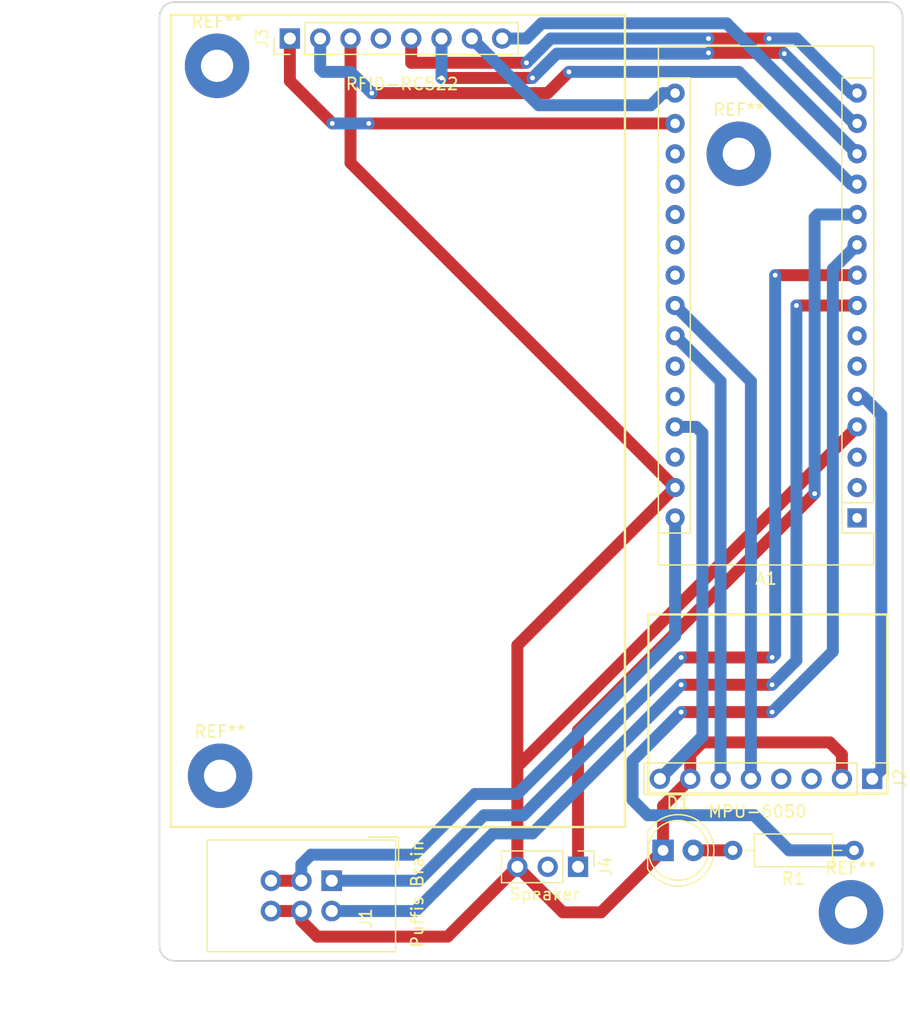
<source format=kicad_pcb>
(kicad_pcb (version 4) (host pcbnew 4.0.7)

  (general
    (links 25)
    (no_connects 0)
    (area 32.944999 27.864999 96.115 108.279001)
    (thickness 1.6)
    (drawings 18)
    (tracks 131)
    (zones 0)
    (modules 11)
    (nets 35)
  )

  (page A4)
  (layers
    (0 F.Cu signal)
    (31 B.Cu signal)
    (32 B.Adhes user)
    (33 F.Adhes user)
    (34 B.Paste user)
    (35 F.Paste user)
    (36 B.SilkS user)
    (37 F.SilkS user)
    (38 B.Mask user)
    (39 F.Mask user)
    (40 Dwgs.User user)
    (41 Cmts.User user)
    (42 Eco1.User user)
    (43 Eco2.User user)
    (44 Edge.Cuts user)
    (45 Margin user)
    (46 B.CrtYd user)
    (47 F.CrtYd user)
    (48 B.Fab user)
    (49 F.Fab user)
  )

  (setup
    (last_trace_width 1)
    (user_trace_width 0.5)
    (user_trace_width 1)
    (user_trace_width 1.5)
    (user_trace_width 2)
    (trace_clearance 0.2)
    (zone_clearance 0.508)
    (zone_45_only no)
    (trace_min 0.2)
    (segment_width 0.2)
    (edge_width 0.15)
    (via_size 0.6)
    (via_drill 0.4)
    (via_min_size 0.4)
    (via_min_drill 0.3)
    (uvia_size 0.3)
    (uvia_drill 0.1)
    (uvias_allowed no)
    (uvia_min_size 0.2)
    (uvia_min_drill 0.1)
    (pcb_text_width 0.3)
    (pcb_text_size 1.5 1.5)
    (mod_edge_width 0.15)
    (mod_text_size 1 1)
    (mod_text_width 0.15)
    (pad_size 1.524 1.524)
    (pad_drill 0.762)
    (pad_to_mask_clearance 0.2)
    (aux_axis_origin 0 0)
    (visible_elements FFFFFF7F)
    (pcbplotparams
      (layerselection 0x010f0_80000001)
      (usegerberextensions true)
      (excludeedgelayer true)
      (linewidth 0.100000)
      (plotframeref false)
      (viasonmask false)
      (mode 1)
      (useauxorigin false)
      (hpglpennumber 1)
      (hpglpenspeed 20)
      (hpglpendiameter 15)
      (hpglpenoverlay 2)
      (psnegative false)
      (psa4output false)
      (plotreference true)
      (plotvalue true)
      (plotinvisibletext false)
      (padsonsilk false)
      (subtractmaskfromsilk false)
      (outputformat 1)
      (mirror false)
      (drillshape 0)
      (scaleselection 1)
      (outputdirectory export/))
  )

  (net 0 "")
  (net 1 "Net-(A1-Pad1)")
  (net 2 /33v)
  (net 3 "Net-(A1-Pad2)")
  (net 4 "Net-(A1-Pad18)")
  (net 5 "Net-(A1-Pad3)")
  (net 6 "Net-(A1-Pad19)")
  (net 7 /GND)
  (net 8 "Net-(A1-Pad20)")
  (net 9 /mpu_int)
  (net 10 "Net-(A1-Pad21)")
  (net 11 "Net-(A1-Pad6)")
  (net 12 "Net-(A1-Pad22)")
  (net 13 "Net-(A1-Pad7)")
  (net 14 /SCA)
  (net 15 /RX)
  (net 16 /SCL)
  (net 17 /TX)
  (net 18 "Net-(A1-Pad25)")
  (net 19 /sig_armed)
  (net 20 "Net-(A1-Pad26)")
  (net 21 /beep)
  (net 22 /5v)
  (net 23 /rfid_rst)
  (net 24 "Net-(A1-Pad28)")
  (net 25 /rfid_ss)
  (net 26 /rfid_mosi)
  (net 27 /VDD)
  (net 28 /rfid_miso)
  (net 29 /rfid_sck)
  (net 30 "Net-(D1-Pad2)")
  (net 31 "Net-(J2-Pad3)")
  (net 32 "Net-(J2-Pad4)")
  (net 33 "Net-(J3-Pad4)")
  (net 34 "Net-(J4-Pad2)")

  (net_class Default "This is the default net class."
    (clearance 0.2)
    (trace_width 0.25)
    (via_dia 0.6)
    (via_drill 0.4)
    (uvia_dia 0.3)
    (uvia_drill 0.1)
    (add_net /33v)
    (add_net /5v)
    (add_net /GND)
    (add_net /RX)
    (add_net /SCA)
    (add_net /SCL)
    (add_net /TX)
    (add_net /VDD)
    (add_net /beep)
    (add_net /mpu_int)
    (add_net /rfid_miso)
    (add_net /rfid_mosi)
    (add_net /rfid_rst)
    (add_net /rfid_sck)
    (add_net /rfid_ss)
    (add_net /sig_armed)
    (add_net "Net-(A1-Pad1)")
    (add_net "Net-(A1-Pad18)")
    (add_net "Net-(A1-Pad19)")
    (add_net "Net-(A1-Pad2)")
    (add_net "Net-(A1-Pad20)")
    (add_net "Net-(A1-Pad21)")
    (add_net "Net-(A1-Pad22)")
    (add_net "Net-(A1-Pad25)")
    (add_net "Net-(A1-Pad26)")
    (add_net "Net-(A1-Pad28)")
    (add_net "Net-(A1-Pad3)")
    (add_net "Net-(A1-Pad6)")
    (add_net "Net-(A1-Pad7)")
    (add_net "Net-(D1-Pad2)")
    (add_net "Net-(J2-Pad3)")
    (add_net "Net-(J2-Pad4)")
    (add_net "Net-(J3-Pad4)")
    (add_net "Net-(J4-Pad2)")
  )

  (module Module:Arduino_Nano (layer F.Cu) (tedit 58ACAF70) (tstamp 5C201AB8)
    (at 91.44 71.12 180)
    (descr "Arduino Nano, http://www.mouser.com/pdfdocs/Gravitech_Arduino_Nano3_0.pdf")
    (tags "Arduino Nano")
    (path /5C201256)
    (fp_text reference A1 (at 7.62 -5.08 180) (layer F.SilkS)
      (effects (font (size 1 1) (thickness 0.15)))
    )
    (fp_text value Arduino_Nano_v3.x (at 8.89 19.05 270) (layer F.Fab)
      (effects (font (size 1 1) (thickness 0.15)))
    )
    (fp_text user %R (at 6.35 19.05 270) (layer F.Fab)
      (effects (font (size 1 1) (thickness 0.15)))
    )
    (fp_line (start 1.27 1.27) (end 1.27 -1.27) (layer F.SilkS) (width 0.12))
    (fp_line (start 1.27 -1.27) (end -1.4 -1.27) (layer F.SilkS) (width 0.12))
    (fp_line (start -1.4 1.27) (end -1.4 39.5) (layer F.SilkS) (width 0.12))
    (fp_line (start -1.4 -3.94) (end -1.4 -1.27) (layer F.SilkS) (width 0.12))
    (fp_line (start 13.97 -1.27) (end 16.64 -1.27) (layer F.SilkS) (width 0.12))
    (fp_line (start 13.97 -1.27) (end 13.97 36.83) (layer F.SilkS) (width 0.12))
    (fp_line (start 13.97 36.83) (end 16.64 36.83) (layer F.SilkS) (width 0.12))
    (fp_line (start 1.27 1.27) (end -1.4 1.27) (layer F.SilkS) (width 0.12))
    (fp_line (start 1.27 1.27) (end 1.27 36.83) (layer F.SilkS) (width 0.12))
    (fp_line (start 1.27 36.83) (end -1.4 36.83) (layer F.SilkS) (width 0.12))
    (fp_line (start 3.81 31.75) (end 11.43 31.75) (layer F.Fab) (width 0.1))
    (fp_line (start 11.43 31.75) (end 11.43 41.91) (layer F.Fab) (width 0.1))
    (fp_line (start 11.43 41.91) (end 3.81 41.91) (layer F.Fab) (width 0.1))
    (fp_line (start 3.81 41.91) (end 3.81 31.75) (layer F.Fab) (width 0.1))
    (fp_line (start -1.4 39.5) (end 16.64 39.5) (layer F.SilkS) (width 0.12))
    (fp_line (start 16.64 39.5) (end 16.64 -3.94) (layer F.SilkS) (width 0.12))
    (fp_line (start 16.64 -3.94) (end -1.4 -3.94) (layer F.SilkS) (width 0.12))
    (fp_line (start 16.51 39.37) (end -1.27 39.37) (layer F.Fab) (width 0.1))
    (fp_line (start -1.27 39.37) (end -1.27 -2.54) (layer F.Fab) (width 0.1))
    (fp_line (start -1.27 -2.54) (end 0 -3.81) (layer F.Fab) (width 0.1))
    (fp_line (start 0 -3.81) (end 16.51 -3.81) (layer F.Fab) (width 0.1))
    (fp_line (start 16.51 -3.81) (end 16.51 39.37) (layer F.Fab) (width 0.1))
    (fp_line (start -1.53 -4.06) (end 16.75 -4.06) (layer F.CrtYd) (width 0.05))
    (fp_line (start -1.53 -4.06) (end -1.53 42.16) (layer F.CrtYd) (width 0.05))
    (fp_line (start 16.75 42.16) (end 16.75 -4.06) (layer F.CrtYd) (width 0.05))
    (fp_line (start 16.75 42.16) (end -1.53 42.16) (layer F.CrtYd) (width 0.05))
    (pad 1 thru_hole rect (at 0 0 180) (size 1.6 1.6) (drill 0.8) (layers *.Cu *.Mask)
      (net 1 "Net-(A1-Pad1)"))
    (pad 17 thru_hole oval (at 15.24 33.02 180) (size 1.6 1.6) (drill 0.8) (layers *.Cu *.Mask)
      (net 2 /33v))
    (pad 2 thru_hole oval (at 0 2.54 180) (size 1.6 1.6) (drill 0.8) (layers *.Cu *.Mask)
      (net 3 "Net-(A1-Pad2)"))
    (pad 18 thru_hole oval (at 15.24 30.48 180) (size 1.6 1.6) (drill 0.8) (layers *.Cu *.Mask)
      (net 4 "Net-(A1-Pad18)"))
    (pad 3 thru_hole oval (at 0 5.08 180) (size 1.6 1.6) (drill 0.8) (layers *.Cu *.Mask)
      (net 5 "Net-(A1-Pad3)"))
    (pad 19 thru_hole oval (at 15.24 27.94 180) (size 1.6 1.6) (drill 0.8) (layers *.Cu *.Mask)
      (net 6 "Net-(A1-Pad19)"))
    (pad 4 thru_hole oval (at 0 7.62 180) (size 1.6 1.6) (drill 0.8) (layers *.Cu *.Mask)
      (net 7 /GND))
    (pad 20 thru_hole oval (at 15.24 25.4 180) (size 1.6 1.6) (drill 0.8) (layers *.Cu *.Mask)
      (net 8 "Net-(A1-Pad20)"))
    (pad 5 thru_hole oval (at 0 10.16 180) (size 1.6 1.6) (drill 0.8) (layers *.Cu *.Mask)
      (net 9 /mpu_int))
    (pad 21 thru_hole oval (at 15.24 22.86 180) (size 1.6 1.6) (drill 0.8) (layers *.Cu *.Mask)
      (net 10 "Net-(A1-Pad21)"))
    (pad 6 thru_hole oval (at 0 12.7 180) (size 1.6 1.6) (drill 0.8) (layers *.Cu *.Mask)
      (net 11 "Net-(A1-Pad6)"))
    (pad 22 thru_hole oval (at 15.24 20.32 180) (size 1.6 1.6) (drill 0.8) (layers *.Cu *.Mask)
      (net 12 "Net-(A1-Pad22)"))
    (pad 7 thru_hole oval (at 0 15.24 180) (size 1.6 1.6) (drill 0.8) (layers *.Cu *.Mask)
      (net 13 "Net-(A1-Pad7)"))
    (pad 23 thru_hole oval (at 15.24 17.78 180) (size 1.6 1.6) (drill 0.8) (layers *.Cu *.Mask)
      (net 14 /SCA))
    (pad 8 thru_hole oval (at 0 17.78 180) (size 1.6 1.6) (drill 0.8) (layers *.Cu *.Mask)
      (net 15 /RX))
    (pad 24 thru_hole oval (at 15.24 15.24 180) (size 1.6 1.6) (drill 0.8) (layers *.Cu *.Mask)
      (net 16 /SCL))
    (pad 9 thru_hole oval (at 0 20.32 180) (size 1.6 1.6) (drill 0.8) (layers *.Cu *.Mask)
      (net 17 /TX))
    (pad 25 thru_hole oval (at 15.24 12.7 180) (size 1.6 1.6) (drill 0.8) (layers *.Cu *.Mask)
      (net 18 "Net-(A1-Pad25)"))
    (pad 10 thru_hole oval (at 0 22.86 180) (size 1.6 1.6) (drill 0.8) (layers *.Cu *.Mask)
      (net 19 /sig_armed))
    (pad 26 thru_hole oval (at 15.24 10.16 180) (size 1.6 1.6) (drill 0.8) (layers *.Cu *.Mask)
      (net 20 "Net-(A1-Pad26)"))
    (pad 11 thru_hole oval (at 0 25.4 180) (size 1.6 1.6) (drill 0.8) (layers *.Cu *.Mask)
      (net 21 /beep))
    (pad 27 thru_hole oval (at 15.24 7.62 180) (size 1.6 1.6) (drill 0.8) (layers *.Cu *.Mask)
      (net 22 /5v))
    (pad 12 thru_hole oval (at 0 27.94 180) (size 1.6 1.6) (drill 0.8) (layers *.Cu *.Mask)
      (net 23 /rfid_rst))
    (pad 28 thru_hole oval (at 15.24 5.08 180) (size 1.6 1.6) (drill 0.8) (layers *.Cu *.Mask)
      (net 24 "Net-(A1-Pad28)"))
    (pad 13 thru_hole oval (at 0 30.48 180) (size 1.6 1.6) (drill 0.8) (layers *.Cu *.Mask)
      (net 25 /rfid_ss))
    (pad 29 thru_hole oval (at 15.24 2.54 180) (size 1.6 1.6) (drill 0.8) (layers *.Cu *.Mask)
      (net 7 /GND))
    (pad 14 thru_hole oval (at 0 33.02 180) (size 1.6 1.6) (drill 0.8) (layers *.Cu *.Mask)
      (net 26 /rfid_mosi))
    (pad 30 thru_hole oval (at 15.24 0 180) (size 1.6 1.6) (drill 0.8) (layers *.Cu *.Mask)
      (net 27 /VDD))
    (pad 15 thru_hole oval (at 0 35.56 180) (size 1.6 1.6) (drill 0.8) (layers *.Cu *.Mask)
      (net 28 /rfid_miso))
    (pad 16 thru_hole oval (at 15.24 35.56 180) (size 1.6 1.6) (drill 0.8) (layers *.Cu *.Mask)
      (net 29 /rfid_sck))
    (model ${KISYS3DMOD}/Module.3dshapes/Arduino_Nano_WithMountingHoles.wrl
      (at (xyz 0 0 0))
      (scale (xyz 1 1 1))
      (rotate (xyz 0 0 0))
    )
  )

  (module led:LED_D5.0mm_Clear (layer F.Cu) (tedit 5A6C9BC0) (tstamp 5C201ABE)
    (at 75.19 98.952)
    (descr "LED, diameter 5.0mm, 2 pins, http://cdn-reichelt.de/documents/datenblatt/A500/LL-504BC2E-009.pdf")
    (tags "LED diameter 5.0mm 2 pins")
    (path /5C20148A)
    (fp_text reference D1 (at 1.27 -3.96) (layer F.SilkS)
      (effects (font (size 1 1) (thickness 0.15)))
    )
    (fp_text value LED (at 1.27 3.96) (layer F.Fab)
      (effects (font (size 1 1) (thickness 0.15)))
    )
    (fp_text user %R (at 1.25 0) (layer F.Fab)
      (effects (font (size 0.8 0.8) (thickness 0.2)))
    )
    (fp_line (start -1.23 -1.469694) (end -1.23 1.469694) (layer F.Fab) (width 0.1))
    (fp_line (start -1.29 -1.545) (end -1.29 1.545) (layer F.SilkS) (width 0.12))
    (fp_line (start -1.95 -3.25) (end -1.95 3.25) (layer F.CrtYd) (width 0.05))
    (fp_line (start -1.95 3.25) (end 4.5 3.25) (layer F.CrtYd) (width 0.05))
    (fp_line (start 4.5 3.25) (end 4.5 -3.25) (layer F.CrtYd) (width 0.05))
    (fp_line (start 4.5 -3.25) (end -1.95 -3.25) (layer F.CrtYd) (width 0.05))
    (fp_circle (center 1.27 0) (end 3.77 0) (layer F.Fab) (width 0.1))
    (fp_circle (center 1.27 0) (end 3.77 0) (layer F.SilkS) (width 0.12))
    (fp_arc (start 1.27 0) (end -1.23 -1.469694) (angle 299.1) (layer F.Fab) (width 0.1))
    (fp_arc (start 1.27 0) (end -1.29 -1.54483) (angle 148.9) (layer F.SilkS) (width 0.12))
    (fp_arc (start 1.27 0) (end -1.29 1.54483) (angle -148.9) (layer F.SilkS) (width 0.12))
    (pad 1 thru_hole rect (at 0 0) (size 1.8 1.8) (drill 0.9) (layers *.Cu *.Mask)
      (net 7 /GND))
    (pad 2 thru_hole circle (at 2.54 0) (size 1.8 1.8) (drill 0.9) (layers *.Cu *.Mask)
      (net 30 "Net-(D1-Pad2)"))
    (model ${KISYS3DMOD}/LED_THT.3dshapes/LED_D5.0mm_Clear.wrl
      (at (xyz 0 0 0))
      (scale (xyz 1 1 1))
      (rotate (xyz 0 0 0))
    )
  )

  (module Connector_IDC:IDC-Header_2x03_P2.54mm_Vertical (layer F.Cu) (tedit 5C20217F) (tstamp 5C201AC8)
    (at 47.444 101.492 270)
    (descr "Through hole straight IDC box header, 2x03, 2.54mm pitch, double rows")
    (tags "Through hole IDC box header THT 2x03 2.54mm double row")
    (path /5C2012C5)
    (fp_text reference J1 (at 3.156 -2.848 270) (layer F.SilkS)
      (effects (font (size 1 1) (thickness 0.15)))
    )
    (fp_text value "Puffis Brain" (at 1.124 -7.166 450) (layer F.SilkS)
      (effects (font (size 1 1) (thickness 0.15)))
    )
    (fp_text user %R (at 1.27 2.54 270) (layer F.Fab)
      (effects (font (size 1 1) (thickness 0.15)))
    )
    (fp_line (start 5.695 -5.1) (end 5.695 10.18) (layer F.Fab) (width 0.1))
    (fp_line (start 5.145 -4.56) (end 5.145 9.62) (layer F.Fab) (width 0.1))
    (fp_line (start -3.155 -5.1) (end -3.155 10.18) (layer F.Fab) (width 0.1))
    (fp_line (start -2.605 -4.56) (end -2.605 0.29) (layer F.Fab) (width 0.1))
    (fp_line (start -2.605 4.79) (end -2.605 9.62) (layer F.Fab) (width 0.1))
    (fp_line (start -2.605 0.29) (end -3.155 0.29) (layer F.Fab) (width 0.1))
    (fp_line (start -2.605 4.79) (end -3.155 4.79) (layer F.Fab) (width 0.1))
    (fp_line (start 5.695 -5.1) (end -3.155 -5.1) (layer F.Fab) (width 0.1))
    (fp_line (start 5.145 -4.56) (end -2.605 -4.56) (layer F.Fab) (width 0.1))
    (fp_line (start 5.695 10.18) (end -3.155 10.18) (layer F.Fab) (width 0.1))
    (fp_line (start 5.145 9.62) (end -2.605 9.62) (layer F.Fab) (width 0.1))
    (fp_line (start 5.695 -5.1) (end 5.145 -4.56) (layer F.Fab) (width 0.1))
    (fp_line (start 5.695 10.18) (end 5.145 9.62) (layer F.Fab) (width 0.1))
    (fp_line (start -3.155 -5.1) (end -2.605 -4.56) (layer F.Fab) (width 0.1))
    (fp_line (start -3.155 10.18) (end -2.605 9.62) (layer F.Fab) (width 0.1))
    (fp_line (start 5.95 -5.35) (end 5.95 10.43) (layer F.CrtYd) (width 0.05))
    (fp_line (start 5.95 10.43) (end -3.41 10.43) (layer F.CrtYd) (width 0.05))
    (fp_line (start -3.41 10.43) (end -3.41 -5.35) (layer F.CrtYd) (width 0.05))
    (fp_line (start -3.41 -5.35) (end 5.95 -5.35) (layer F.CrtYd) (width 0.05))
    (fp_line (start 5.945 -5.35) (end 5.945 10.43) (layer F.SilkS) (width 0.12))
    (fp_line (start 5.945 10.43) (end -3.405 10.43) (layer F.SilkS) (width 0.12))
    (fp_line (start -3.405 10.43) (end -3.405 -5.35) (layer F.SilkS) (width 0.12))
    (fp_line (start -3.405 -5.35) (end 5.945 -5.35) (layer F.SilkS) (width 0.12))
    (fp_line (start -3.655 -5.6) (end -3.655 -3.06) (layer F.SilkS) (width 0.12))
    (fp_line (start -3.655 -5.6) (end -1.115 -5.6) (layer F.SilkS) (width 0.12))
    (pad 1 thru_hole rect (at 0 0 270) (size 1.7272 1.7272) (drill 1.016) (layers *.Cu *.Mask)
      (net 17 /TX))
    (pad 2 thru_hole oval (at 2.54 0 270) (size 1.7272 1.7272) (drill 1.016) (layers *.Cu *.Mask)
      (net 15 /RX))
    (pad 3 thru_hole oval (at 0 2.54 270) (size 1.7272 1.7272) (drill 1.016) (layers *.Cu *.Mask)
      (net 27 /VDD))
    (pad 4 thru_hole oval (at 2.54 2.54 270) (size 1.7272 1.7272) (drill 1.016) (layers *.Cu *.Mask)
      (net 7 /GND))
    (pad 5 thru_hole oval (at 0 5.08 270) (size 1.7272 1.7272) (drill 1.016) (layers *.Cu *.Mask)
      (net 27 /VDD))
    (pad 6 thru_hole oval (at 2.54 5.08 270) (size 1.7272 1.7272) (drill 1.016) (layers *.Cu *.Mask)
      (net 7 /GND))
    (model ${KISYS3DMOD}/Connector_IDC.3dshapes/IDC-Header_2x03_P2.54mm_Vertical.wrl
      (at (xyz 0 0 0))
      (scale (xyz 1 1 1))
      (rotate (xyz 0 0 0))
    )
  )

  (module Connector_PinHeader_2.54mm:PinHeader_1x08_P2.54mm_Vertical (layer F.Cu) (tedit 5C20210E) (tstamp 5C201AD4)
    (at 92.71 92.964 270)
    (descr "Through hole straight pin header, 1x08, 2.54mm pitch, single row")
    (tags "Through hole pin header THT 1x08 2.54mm single row")
    (path /5C201326)
    (fp_text reference J2 (at 0 -2.33 270) (layer F.SilkS)
      (effects (font (size 1 1) (thickness 0.15)))
    )
    (fp_text value MPU-6050 (at 2.736 9.614 360) (layer F.SilkS)
      (effects (font (size 1 1) (thickness 0.15)))
    )
    (fp_line (start -0.635 -1.27) (end 1.27 -1.27) (layer F.Fab) (width 0.1))
    (fp_line (start 1.27 -1.27) (end 1.27 19.05) (layer F.Fab) (width 0.1))
    (fp_line (start 1.27 19.05) (end -1.27 19.05) (layer F.Fab) (width 0.1))
    (fp_line (start -1.27 19.05) (end -1.27 -0.635) (layer F.Fab) (width 0.1))
    (fp_line (start -1.27 -0.635) (end -0.635 -1.27) (layer F.Fab) (width 0.1))
    (fp_line (start -1.33 19.11) (end 1.33 19.11) (layer F.SilkS) (width 0.12))
    (fp_line (start -1.33 1.27) (end -1.33 19.11) (layer F.SilkS) (width 0.12))
    (fp_line (start 1.33 1.27) (end 1.33 19.11) (layer F.SilkS) (width 0.12))
    (fp_line (start -1.33 1.27) (end 1.33 1.27) (layer F.SilkS) (width 0.12))
    (fp_line (start -1.33 0) (end -1.33 -1.33) (layer F.SilkS) (width 0.12))
    (fp_line (start -1.33 -1.33) (end 0 -1.33) (layer F.SilkS) (width 0.12))
    (fp_line (start -1.8 -1.8) (end -1.8 19.55) (layer F.CrtYd) (width 0.05))
    (fp_line (start -1.8 19.55) (end 1.8 19.55) (layer F.CrtYd) (width 0.05))
    (fp_line (start 1.8 19.55) (end 1.8 -1.8) (layer F.CrtYd) (width 0.05))
    (fp_line (start 1.8 -1.8) (end -1.8 -1.8) (layer F.CrtYd) (width 0.05))
    (fp_text user %R (at 0 8.89 360) (layer F.Fab)
      (effects (font (size 1 1) (thickness 0.15)))
    )
    (pad 1 thru_hole rect (at 0 0 270) (size 1.7 1.7) (drill 1) (layers *.Cu *.Mask)
      (net 9 /mpu_int))
    (pad 2 thru_hole oval (at 0 2.54 270) (size 1.7 1.7) (drill 1) (layers *.Cu *.Mask)
      (net 7 /GND))
    (pad 3 thru_hole oval (at 0 5.08 270) (size 1.7 1.7) (drill 1) (layers *.Cu *.Mask)
      (net 31 "Net-(J2-Pad3)"))
    (pad 4 thru_hole oval (at 0 7.62 270) (size 1.7 1.7) (drill 1) (layers *.Cu *.Mask)
      (net 32 "Net-(J2-Pad4)"))
    (pad 5 thru_hole oval (at 0 10.16 270) (size 1.7 1.7) (drill 1) (layers *.Cu *.Mask)
      (net 14 /SCA))
    (pad 6 thru_hole oval (at 0 12.7 270) (size 1.7 1.7) (drill 1) (layers *.Cu *.Mask)
      (net 16 /SCL))
    (pad 7 thru_hole oval (at 0 15.24 270) (size 1.7 1.7) (drill 1) (layers *.Cu *.Mask)
      (net 7 /GND))
    (pad 8 thru_hole oval (at 0 17.78 270) (size 1.7 1.7) (drill 1) (layers *.Cu *.Mask)
      (net 22 /5v))
    (model ${KISYS3DMOD}/Connector_PinHeader_2.54mm.3dshapes/PinHeader_1x08_P2.54mm_Vertical.wrl
      (at (xyz 0 0 0))
      (scale (xyz 1 1 1))
      (rotate (xyz 0 0 0))
    )
  )

  (module Connector_PinHeader_2.54mm:PinHeader_1x08_P2.54mm_Vertical (layer F.Cu) (tedit 5C202108) (tstamp 5C201AE0)
    (at 43.942 30.988 90)
    (descr "Through hole straight pin header, 1x08, 2.54mm pitch, single row")
    (tags "Through hole pin header THT 1x08 2.54mm single row")
    (path /5C20137D)
    (fp_text reference J3 (at 0 -2.33 90) (layer F.SilkS)
      (effects (font (size 1 1) (thickness 0.15)))
    )
    (fp_text value RFID-RC522 (at -3.81 9.398 180) (layer F.SilkS)
      (effects (font (size 1 1) (thickness 0.15)))
    )
    (fp_line (start -0.635 -1.27) (end 1.27 -1.27) (layer F.Fab) (width 0.1))
    (fp_line (start 1.27 -1.27) (end 1.27 19.05) (layer F.Fab) (width 0.1))
    (fp_line (start 1.27 19.05) (end -1.27 19.05) (layer F.Fab) (width 0.1))
    (fp_line (start -1.27 19.05) (end -1.27 -0.635) (layer F.Fab) (width 0.1))
    (fp_line (start -1.27 -0.635) (end -0.635 -1.27) (layer F.Fab) (width 0.1))
    (fp_line (start -1.33 19.11) (end 1.33 19.11) (layer F.SilkS) (width 0.12))
    (fp_line (start -1.33 1.27) (end -1.33 19.11) (layer F.SilkS) (width 0.12))
    (fp_line (start 1.33 1.27) (end 1.33 19.11) (layer F.SilkS) (width 0.12))
    (fp_line (start -1.33 1.27) (end 1.33 1.27) (layer F.SilkS) (width 0.12))
    (fp_line (start -1.33 0) (end -1.33 -1.33) (layer F.SilkS) (width 0.12))
    (fp_line (start -1.33 -1.33) (end 0 -1.33) (layer F.SilkS) (width 0.12))
    (fp_line (start -1.8 -1.8) (end -1.8 19.55) (layer F.CrtYd) (width 0.05))
    (fp_line (start -1.8 19.55) (end 1.8 19.55) (layer F.CrtYd) (width 0.05))
    (fp_line (start 1.8 19.55) (end 1.8 -1.8) (layer F.CrtYd) (width 0.05))
    (fp_line (start 1.8 -1.8) (end -1.8 -1.8) (layer F.CrtYd) (width 0.05))
    (fp_text user %R (at 0 8.89 180) (layer F.Fab)
      (effects (font (size 1 1) (thickness 0.15)))
    )
    (pad 1 thru_hole rect (at 0 0 90) (size 1.7 1.7) (drill 1) (layers *.Cu *.Mask)
      (net 2 /33v))
    (pad 2 thru_hole oval (at 0 2.54 90) (size 1.7 1.7) (drill 1) (layers *.Cu *.Mask)
      (net 23 /rfid_rst))
    (pad 3 thru_hole oval (at 0 5.08 90) (size 1.7 1.7) (drill 1) (layers *.Cu *.Mask)
      (net 7 /GND))
    (pad 4 thru_hole oval (at 0 7.62 90) (size 1.7 1.7) (drill 1) (layers *.Cu *.Mask)
      (net 33 "Net-(J3-Pad4)"))
    (pad 5 thru_hole oval (at 0 10.16 90) (size 1.7 1.7) (drill 1) (layers *.Cu *.Mask)
      (net 28 /rfid_miso))
    (pad 6 thru_hole oval (at 0 12.7 90) (size 1.7 1.7) (drill 1) (layers *.Cu *.Mask)
      (net 26 /rfid_mosi))
    (pad 7 thru_hole oval (at 0 15.24 90) (size 1.7 1.7) (drill 1) (layers *.Cu *.Mask)
      (net 29 /rfid_sck))
    (pad 8 thru_hole oval (at 0 17.78 90) (size 1.7 1.7) (drill 1) (layers *.Cu *.Mask)
      (net 25 /rfid_ss))
    (model ${KISYS3DMOD}/Connector_PinHeader_2.54mm.3dshapes/PinHeader_1x08_P2.54mm_Vertical.wrl
      (at (xyz 0 0 0))
      (scale (xyz 1 1 1))
      (rotate (xyz 0 0 0))
    )
  )

  (module Connector_PinHeader_2.54mm:PinHeader_1x03_P2.54mm_Vertical (layer F.Cu) (tedit 5C20216B) (tstamp 5C201AE7)
    (at 68.072 100.33 270)
    (descr "Through hole straight pin header, 1x03, 2.54mm pitch, single row")
    (tags "Through hole pin header THT 1x03 2.54mm single row")
    (path /5C20140B)
    (fp_text reference J4 (at 0 -2.33 270) (layer F.SilkS)
      (effects (font (size 1 1) (thickness 0.15)))
    )
    (fp_text value Speaker (at 2.286 2.794 360) (layer F.SilkS)
      (effects (font (size 1 1) (thickness 0.15)))
    )
    (fp_line (start -0.635 -1.27) (end 1.27 -1.27) (layer F.Fab) (width 0.1))
    (fp_line (start 1.27 -1.27) (end 1.27 6.35) (layer F.Fab) (width 0.1))
    (fp_line (start 1.27 6.35) (end -1.27 6.35) (layer F.Fab) (width 0.1))
    (fp_line (start -1.27 6.35) (end -1.27 -0.635) (layer F.Fab) (width 0.1))
    (fp_line (start -1.27 -0.635) (end -0.635 -1.27) (layer F.Fab) (width 0.1))
    (fp_line (start -1.33 6.41) (end 1.33 6.41) (layer F.SilkS) (width 0.12))
    (fp_line (start -1.33 1.27) (end -1.33 6.41) (layer F.SilkS) (width 0.12))
    (fp_line (start 1.33 1.27) (end 1.33 6.41) (layer F.SilkS) (width 0.12))
    (fp_line (start -1.33 1.27) (end 1.33 1.27) (layer F.SilkS) (width 0.12))
    (fp_line (start -1.33 0) (end -1.33 -1.33) (layer F.SilkS) (width 0.12))
    (fp_line (start -1.33 -1.33) (end 0 -1.33) (layer F.SilkS) (width 0.12))
    (fp_line (start -1.8 -1.8) (end -1.8 6.85) (layer F.CrtYd) (width 0.05))
    (fp_line (start -1.8 6.85) (end 1.8 6.85) (layer F.CrtYd) (width 0.05))
    (fp_line (start 1.8 6.85) (end 1.8 -1.8) (layer F.CrtYd) (width 0.05))
    (fp_line (start 1.8 -1.8) (end -1.8 -1.8) (layer F.CrtYd) (width 0.05))
    (fp_text user %R (at 0 2.54 360) (layer F.Fab)
      (effects (font (size 1 1) (thickness 0.15)))
    )
    (pad 1 thru_hole rect (at 0 0 270) (size 1.7 1.7) (drill 1) (layers *.Cu *.Mask)
      (net 21 /beep))
    (pad 2 thru_hole oval (at 0 2.54 270) (size 1.7 1.7) (drill 1) (layers *.Cu *.Mask)
      (net 34 "Net-(J4-Pad2)"))
    (pad 3 thru_hole oval (at 0 5.08 270) (size 1.7 1.7) (drill 1) (layers *.Cu *.Mask)
      (net 7 /GND))
    (model ${KISYS3DMOD}/Connector_PinHeader_2.54mm.3dshapes/PinHeader_1x03_P2.54mm_Vertical.wrl
      (at (xyz 0 0 0))
      (scale (xyz 1 1 1))
      (rotate (xyz 0 0 0))
    )
  )

  (module Resistor_THT:R_Axial_DIN0207_L6.3mm_D2.5mm_P10.16mm_Horizontal (layer F.Cu) (tedit 5AE5139B) (tstamp 5C201AED)
    (at 91.19 98.952 180)
    (descr "Resistor, Axial_DIN0207 series, Axial, Horizontal, pin pitch=10.16mm, 0.25W = 1/4W, length*diameter=6.3*2.5mm^2, http://cdn-reichelt.de/documents/datenblatt/B400/1_4W%23YAG.pdf")
    (tags "Resistor Axial_DIN0207 series Axial Horizontal pin pitch 10.16mm 0.25W = 1/4W length 6.3mm diameter 2.5mm")
    (path /5C201545)
    (fp_text reference R1 (at 5.08 -2.37 180) (layer F.SilkS)
      (effects (font (size 1 1) (thickness 0.15)))
    )
    (fp_text value 220 (at 5.08 2.37 180) (layer F.Fab)
      (effects (font (size 1 1) (thickness 0.15)))
    )
    (fp_line (start 1.93 -1.25) (end 1.93 1.25) (layer F.Fab) (width 0.1))
    (fp_line (start 1.93 1.25) (end 8.23 1.25) (layer F.Fab) (width 0.1))
    (fp_line (start 8.23 1.25) (end 8.23 -1.25) (layer F.Fab) (width 0.1))
    (fp_line (start 8.23 -1.25) (end 1.93 -1.25) (layer F.Fab) (width 0.1))
    (fp_line (start 0 0) (end 1.93 0) (layer F.Fab) (width 0.1))
    (fp_line (start 10.16 0) (end 8.23 0) (layer F.Fab) (width 0.1))
    (fp_line (start 1.81 -1.37) (end 1.81 1.37) (layer F.SilkS) (width 0.12))
    (fp_line (start 1.81 1.37) (end 8.35 1.37) (layer F.SilkS) (width 0.12))
    (fp_line (start 8.35 1.37) (end 8.35 -1.37) (layer F.SilkS) (width 0.12))
    (fp_line (start 8.35 -1.37) (end 1.81 -1.37) (layer F.SilkS) (width 0.12))
    (fp_line (start 1.04 0) (end 1.81 0) (layer F.SilkS) (width 0.12))
    (fp_line (start 9.12 0) (end 8.35 0) (layer F.SilkS) (width 0.12))
    (fp_line (start -1.05 -1.5) (end -1.05 1.5) (layer F.CrtYd) (width 0.05))
    (fp_line (start -1.05 1.5) (end 11.21 1.5) (layer F.CrtYd) (width 0.05))
    (fp_line (start 11.21 1.5) (end 11.21 -1.5) (layer F.CrtYd) (width 0.05))
    (fp_line (start 11.21 -1.5) (end -1.05 -1.5) (layer F.CrtYd) (width 0.05))
    (fp_text user %R (at 5.08 0 180) (layer F.Fab)
      (effects (font (size 1 1) (thickness 0.15)))
    )
    (pad 1 thru_hole circle (at 0 0 180) (size 1.6 1.6) (drill 0.8) (layers *.Cu *.Mask)
      (net 19 /sig_armed))
    (pad 2 thru_hole oval (at 10.16 0 180) (size 1.6 1.6) (drill 0.8) (layers *.Cu *.Mask)
      (net 30 "Net-(D1-Pad2)"))
    (model ${KISYS3DMOD}/Resistor_THT.3dshapes/R_Axial_DIN0207_L6.3mm_D2.5mm_P10.16mm_Horizontal.wrl
      (at (xyz 0 0 0))
      (scale (xyz 1 1 1))
      (rotate (xyz 0 0 0))
    )
  )

  (module MountingHole:MountingHole_2.7mm_Pad (layer F.Cu) (tedit 5C20279B) (tstamp 5C202734)
    (at 90.932 104.14)
    (descr "Mounting Hole 2.7mm")
    (tags "mounting hole 2.7mm")
    (attr virtual)
    (fp_text reference REF** (at 0 -3.7) (layer F.SilkS)
      (effects (font (size 1 1) (thickness 0.15)))
    )
    (fp_text value MountingHole_2.7mm_Pad (at -12.954 2.032) (layer F.Fab)
      (effects (font (size 1 1) (thickness 0.15)))
    )
    (fp_text user %R (at 0.3 0) (layer F.Fab)
      (effects (font (size 1 1) (thickness 0.15)))
    )
    (fp_circle (center 0 0) (end 2.7 0) (layer Cmts.User) (width 0.15))
    (fp_circle (center 0 0) (end 2.95 0) (layer F.CrtYd) (width 0.05))
    (pad 1 thru_hole circle (at 0 0) (size 5.4 5.4) (drill 2.7) (layers *.Cu *.Mask))
  )

  (module MountingHole:MountingHole_2.7mm_Pad (layer F.Cu) (tedit 5C20279E) (tstamp 5C20273B)
    (at 38.1 92.71)
    (descr "Mounting Hole 2.7mm")
    (tags "mounting hole 2.7mm")
    (attr virtual)
    (fp_text reference REF** (at 0 -3.7) (layer F.SilkS)
      (effects (font (size 1 1) (thickness 0.15)))
    )
    (fp_text value MountingHole_2.7mm_Pad (at 6.604 -5.334) (layer F.Fab)
      (effects (font (size 1 1) (thickness 0.15)))
    )
    (fp_text user %R (at 0.3 0) (layer F.Fab)
      (effects (font (size 1 1) (thickness 0.15)))
    )
    (fp_circle (center 0 0) (end 2.7 0) (layer Cmts.User) (width 0.15))
    (fp_circle (center 0 0) (end 2.95 0) (layer F.CrtYd) (width 0.05))
    (pad 1 thru_hole circle (at 0 0) (size 5.4 5.4) (drill 2.7) (layers *.Cu *.Mask))
  )

  (module MountingHole:MountingHole_2.7mm_Pad (layer F.Cu) (tedit 5C2027A2) (tstamp 5C202741)
    (at 37.846 33.274)
    (descr "Mounting Hole 2.7mm")
    (tags "mounting hole 2.7mm")
    (attr virtual)
    (fp_text reference REF** (at 0 -3.7) (layer F.SilkS)
      (effects (font (size 1 1) (thickness 0.15)))
    )
    (fp_text value MountingHole_2.7mm_Pad (at 6.35 6.858) (layer F.Fab)
      (effects (font (size 1 1) (thickness 0.15)))
    )
    (fp_text user %R (at 0.3 0) (layer F.Fab)
      (effects (font (size 1 1) (thickness 0.15)))
    )
    (fp_circle (center 0 0) (end 2.7 0) (layer Cmts.User) (width 0.15))
    (fp_circle (center 0 0) (end 2.95 0) (layer F.CrtYd) (width 0.05))
    (pad 1 thru_hole circle (at 0 0) (size 5.4 5.4) (drill 2.7) (layers *.Cu *.Mask))
  )

  (module MountingHole:MountingHole_2.7mm_Pad (layer F.Cu) (tedit 56D1B4CB) (tstamp 5C202750)
    (at 81.534 40.64)
    (descr "Mounting Hole 2.7mm")
    (tags "mounting hole 2.7mm")
    (attr virtual)
    (fp_text reference REF** (at 0 -3.7) (layer F.SilkS)
      (effects (font (size 1 1) (thickness 0.15)))
    )
    (fp_text value MountingHole_2.7mm_Pad (at 0 3.7) (layer F.Fab)
      (effects (font (size 1 1) (thickness 0.15)))
    )
    (fp_text user %R (at 0.3 0) (layer F.Fab)
      (effects (font (size 1 1) (thickness 0.15)))
    )
    (fp_circle (center 0 0) (end 2.7 0) (layer Cmts.User) (width 0.15))
    (fp_circle (center 0 0) (end 2.95 0) (layer F.CrtYd) (width 0.05))
    (pad 1 thru_hole circle (at 0 0) (size 5.4 5.4) (drill 2.7) (layers *.Cu *.Mask))
  )

  (dimension 80.264402 (width 0.3) (layer Eco1.User)
    (gr_text "80.264 mm" (at 25.955887 68.043617 89.81868485) (layer Eco1.User)
      (effects (font (size 1.5 1.5) (thickness 0.3)))
    )
    (feature1 (pts (xy 35.052 27.94) (xy 24.732894 27.907345)))
    (feature2 (pts (xy 34.798 108.204) (xy 24.478894 108.171345)))
    (crossbar (pts (xy 27.17888 108.179889) (xy 27.43288 27.915889)))
    (arrow1a (pts (xy 27.43288 27.915889) (xy 28.015733 29.044243)))
    (arrow1b (pts (xy 27.43288 27.915889) (xy 26.842897 29.040531)))
    (arrow2a (pts (xy 27.17888 108.179889) (xy 27.768863 107.055247)))
    (arrow2b (pts (xy 27.17888 108.179889) (xy 26.596027 107.051535)))
  )
  (dimension 62.234665 (width 0.3) (layer Eco1.User)
    (gr_text "62.235 mm" (at 64.238525 113.737612 0.7015459123) (layer Eco1.User)
      (effects (font (size 1.5 1.5) (thickness 0.3)))
    )
    (feature1 (pts (xy 95.25 104.902) (xy 95.370055 114.706511)))
    (feature2 (pts (xy 33.02 105.664) (xy 33.140055 115.468511)))
    (crossbar (pts (xy 33.106996 112.768713) (xy 95.336996 112.006713)))
    (arrow1a (pts (xy 95.336996 112.006713) (xy 94.217757 112.606883)))
    (arrow1b (pts (xy 95.336996 112.006713) (xy 94.203397 111.434129)))
    (arrow2a (pts (xy 33.106996 112.768713) (xy 34.240595 113.341297)))
    (arrow2b (pts (xy 33.106996 112.768713) (xy 34.226235 112.168543)))
  )
  (gr_line (start 34.29 108.204) (end 93.98 108.204) (angle 90) (layer Edge.Cuts) (width 0.15))
  (gr_line (start 33.02 106.934) (end 33.02 29.21) (angle 90) (layer Edge.Cuts) (width 0.15))
  (gr_line (start 95.25 29.21) (end 95.25 106.934) (angle 90) (layer Edge.Cuts) (width 0.15))
  (gr_line (start 34.29 27.94) (end 93.98 27.94) (angle 90) (layer Edge.Cuts) (width 0.15))
  (gr_arc (start 34.29 106.934) (end 34.29 108.204) (angle 90) (layer Edge.Cuts) (width 0.15))
  (gr_arc (start 93.98 29.21) (end 93.98 27.94) (angle 90) (layer Edge.Cuts) (width 0.15))
  (gr_arc (start 93.98 106.934) (end 95.25 106.934) (angle 90) (layer Edge.Cuts) (width 0.15))
  (gr_arc (start 34.29 29.21) (end 33.02 29.21) (angle 90) (layer Edge.Cuts) (width 0.15))
  (gr_line (start 34 29) (end 34 97) (angle 90) (layer F.SilkS) (width 0.2))
  (gr_line (start 72 29) (end 34 29) (angle 90) (layer F.SilkS) (width 0.2))
  (gr_line (start 72 97) (end 72 29) (angle 90) (layer F.SilkS) (width 0.2))
  (gr_line (start 34 97) (end 72 97) (angle 90) (layer F.SilkS) (width 0.2))
  (gr_line (start 73.968 94.206) (end 73.968 79.206) (angle 90) (layer F.SilkS) (width 0.2))
  (gr_line (start 93.968 94.206) (end 73.968 94.206) (angle 90) (layer F.SilkS) (width 0.2))
  (gr_line (start 93.968 79.206) (end 93.968 94.206) (angle 90) (layer F.SilkS) (width 0.2))
  (gr_line (start 73.968 79.206) (end 93.968 79.206) (angle 90) (layer F.SilkS) (width 0.2))

  (segment (start 76.2 38.1) (end 50.546 38.1) (width 1) (layer F.Cu) (net 2))
  (segment (start 43.942 34.544) (end 43.942 30.988) (width 1) (layer F.Cu) (net 2) (tstamp 5C2023F5))
  (segment (start 47.498 38.1) (end 43.942 34.544) (width 1) (layer F.Cu) (net 2) (tstamp 5C2023F4))
  (via (at 47.498 38.1) (size 0.6) (drill 0.4) (layers F.Cu B.Cu) (net 2))
  (segment (start 50.546 38.1) (end 47.498 38.1) (width 1) (layer B.Cu) (net 2) (tstamp 5C2023F1))
  (via (at 50.546 38.1) (size 0.6) (drill 0.4) (layers F.Cu B.Cu) (net 2))
  (segment (start 49.022 30.988) (end 49.022 41.402) (width 1) (layer F.Cu) (net 7))
  (segment (start 49.022 41.402) (end 76.2 68.58) (width 1) (layer F.Cu) (net 7) (tstamp 5C2023C1))
  (segment (start 90.17 92.964) (end 90.17 90.932) (width 1) (layer F.Cu) (net 7))
  (segment (start 77.47 90.932) (end 77.47 92.964) (width 1) (layer F.Cu) (net 7) (tstamp 5C202293))
  (segment (start 78.486 89.916) (end 77.47 90.932) (width 1) (layer F.Cu) (net 7) (tstamp 5C202292))
  (segment (start 89.154 89.916) (end 78.486 89.916) (width 1) (layer F.Cu) (net 7) (tstamp 5C202291))
  (segment (start 90.17 90.932) (end 89.154 89.916) (width 1) (layer F.Cu) (net 7) (tstamp 5C202290))
  (segment (start 62.992 91.948) (end 62.992 81.788) (width 1) (layer F.Cu) (net 7))
  (segment (start 62.992 81.788) (end 76.2 68.58) (width 1) (layer F.Cu) (net 7) (tstamp 5C20228C))
  (segment (start 62.992 100.33) (end 62.992 91.948) (width 1) (layer F.Cu) (net 7))
  (segment (start 62.992 91.948) (end 91.44 63.5) (width 1) (layer F.Cu) (net 7) (tstamp 5C202288))
  (segment (start 75.19 98.952) (end 75.19 95.244) (width 1) (layer F.Cu) (net 7))
  (segment (start 75.19 95.244) (end 77.47 92.964) (width 1) (layer F.Cu) (net 7) (tstamp 5C202285))
  (segment (start 62.992 100.33) (end 66.802 104.14) (width 1) (layer F.Cu) (net 7))
  (segment (start 70.002 104.14) (end 75.19 98.952) (width 1) (layer F.Cu) (net 7) (tstamp 5C202280))
  (segment (start 66.802 104.14) (end 70.002 104.14) (width 1) (layer F.Cu) (net 7) (tstamp 5C20227F))
  (segment (start 44.904 104.032) (end 44.904 104.848) (width 1) (layer F.Cu) (net 7))
  (segment (start 44.904 104.848) (end 46.228 106.172) (width 1) (layer F.Cu) (net 7) (tstamp 5C202279))
  (segment (start 57.15 106.172) (end 62.992 100.33) (width 1) (layer F.Cu) (net 7) (tstamp 5C20227B))
  (segment (start 46.228 106.172) (end 57.15 106.172) (width 1) (layer F.Cu) (net 7) (tstamp 5C20227A))
  (segment (start 42.364 104.032) (end 44.904 104.032) (width 1) (layer F.Cu) (net 7))
  (segment (start 91.44 60.96) (end 91.948 60.96) (width 1) (layer B.Cu) (net 9))
  (segment (start 91.948 60.96) (end 93.472 62.484) (width 1) (layer B.Cu) (net 9) (tstamp 5C20229F))
  (segment (start 93.472 62.484) (end 93.472 92.202) (width 1) (layer B.Cu) (net 9) (tstamp 5C2022A0))
  (segment (start 93.472 92.202) (end 92.71 92.964) (width 1) (layer B.Cu) (net 9) (tstamp 5C2022A1))
  (segment (start 82.55 92.964) (end 82.55 59.69) (width 1) (layer B.Cu) (net 14))
  (segment (start 82.55 59.69) (end 76.2 53.34) (width 1) (layer B.Cu) (net 14) (tstamp 5C2022B4))
  (segment (start 47.444 104.032) (end 54.464 104.032) (width 1) (layer B.Cu) (net 15))
  (segment (start 86.36 53.34) (end 91.44 53.34) (width 1) (layer F.Cu) (net 15) (tstamp 5C20231A))
  (via (at 86.36 53.34) (size 0.6) (drill 0.4) (layers F.Cu B.Cu) (net 15))
  (segment (start 86.36 83.058) (end 86.36 53.34) (width 1) (layer B.Cu) (net 15) (tstamp 5C202312))
  (segment (start 84.328 85.09) (end 86.36 83.058) (width 1) (layer B.Cu) (net 15) (tstamp 5C202311))
  (via (at 84.328 85.09) (size 0.6) (drill 0.4) (layers F.Cu B.Cu) (net 15))
  (segment (start 76.708 85.09) (end 84.328 85.09) (width 1) (layer F.Cu) (net 15) (tstamp 5C20230A))
  (via (at 76.708 85.09) (size 0.6) (drill 0.4) (layers F.Cu B.Cu) (net 15))
  (segment (start 64.262 97.536) (end 76.708 85.09) (width 1) (layer B.Cu) (net 15) (tstamp 5C202303))
  (segment (start 60.96 97.536) (end 64.262 97.536) (width 1) (layer B.Cu) (net 15) (tstamp 5C202300))
  (segment (start 54.464 104.032) (end 60.96 97.536) (width 1) (layer B.Cu) (net 15) (tstamp 5C2022EF))
  (segment (start 80.01 92.964) (end 80.01 59.69) (width 1) (layer B.Cu) (net 16))
  (segment (start 80.01 59.69) (end 76.2 55.88) (width 1) (layer B.Cu) (net 16) (tstamp 5C2022AA))
  (segment (start 47.444 101.492) (end 54.718 101.492) (width 1) (layer B.Cu) (net 17))
  (segment (start 84.582 50.8) (end 91.44 50.8) (width 1) (layer F.Cu) (net 17) (tstamp 5C202383))
  (via (at 84.582 50.8) (size 0.6) (drill 0.4) (layers F.Cu B.Cu) (net 17))
  (segment (start 84.582 82.55) (end 84.582 50.8) (width 1) (layer B.Cu) (net 17) (tstamp 5C20237B))
  (segment (start 84.328 82.804) (end 84.582 82.55) (width 1) (layer B.Cu) (net 17) (tstamp 5C20237A))
  (via (at 84.328 82.804) (size 0.6) (drill 0.4) (layers F.Cu B.Cu) (net 17))
  (segment (start 76.708 82.804) (end 84.328 82.804) (width 1) (layer F.Cu) (net 17) (tstamp 5C202376))
  (via (at 76.708 82.804) (size 0.6) (drill 0.4) (layers F.Cu B.Cu) (net 17))
  (segment (start 63.5 96.012) (end 76.708 82.804) (width 1) (layer B.Cu) (net 17) (tstamp 5C20236F))
  (segment (start 60.198 96.012) (end 63.5 96.012) (width 1) (layer B.Cu) (net 17) (tstamp 5C20236D))
  (segment (start 54.718 101.492) (end 60.198 96.012) (width 1) (layer B.Cu) (net 17) (tstamp 5C202367))
  (segment (start 91.19 98.952) (end 85.744 98.952) (width 1) (layer B.Cu) (net 19))
  (segment (start 89.408 50.292) (end 91.44 48.26) (width 1) (layer B.Cu) (net 19) (tstamp 5C2022E1))
  (segment (start 89.408 82.296) (end 89.408 50.292) (width 1) (layer B.Cu) (net 19) (tstamp 5C2022D8))
  (segment (start 84.328 87.376) (end 89.408 82.296) (width 1) (layer B.Cu) (net 19) (tstamp 5C2022D7))
  (via (at 84.328 87.376) (size 0.6) (drill 0.4) (layers F.Cu B.Cu) (net 19))
  (segment (start 76.708 87.376) (end 84.328 87.376) (width 1) (layer F.Cu) (net 19) (tstamp 5C2022D4))
  (via (at 76.708 87.376) (size 0.6) (drill 0.4) (layers F.Cu B.Cu) (net 19))
  (segment (start 72.644 91.44) (end 76.708 87.376) (width 1) (layer B.Cu) (net 19) (tstamp 5C2022D0))
  (segment (start 72.644 94.742) (end 72.644 91.44) (width 1) (layer B.Cu) (net 19) (tstamp 5C2022CE))
  (segment (start 73.914 96.012) (end 72.644 94.742) (width 1) (layer B.Cu) (net 19) (tstamp 5C2022CA))
  (segment (start 82.804 96.012) (end 73.914 96.012) (width 1) (layer B.Cu) (net 19) (tstamp 5C2022C9))
  (segment (start 85.744 98.952) (end 82.804 96.012) (width 1) (layer B.Cu) (net 19) (tstamp 5C2022C4))
  (segment (start 68.072 100.33) (end 68.072 88.9) (width 1) (layer F.Cu) (net 21))
  (segment (start 88.138 45.72) (end 91.44 45.72) (width 1) (layer B.Cu) (net 21) (tstamp 5C20229B))
  (segment (start 87.884 45.974) (end 88.138 45.72) (width 1) (layer B.Cu) (net 21) (tstamp 5C20229A))
  (segment (start 87.884 69.088) (end 87.884 45.974) (width 1) (layer B.Cu) (net 21) (tstamp 5C202299))
  (via (at 87.884 69.088) (size 0.6) (drill 0.4) (layers F.Cu B.Cu) (net 21))
  (segment (start 68.072 88.9) (end 87.884 69.088) (width 1) (layer F.Cu) (net 21) (tstamp 5C202296))
  (segment (start 76.2 63.5) (end 77.978 63.5) (width 1) (layer B.Cu) (net 22))
  (segment (start 78.486 89.408) (end 74.93 92.964) (width 1) (layer B.Cu) (net 22) (tstamp 5C2022A6))
  (segment (start 78.486 64.008) (end 78.486 89.408) (width 1) (layer B.Cu) (net 22) (tstamp 5C2022A5))
  (segment (start 77.978 63.5) (end 78.486 64.008) (width 1) (layer B.Cu) (net 22) (tstamp 5C2022A4))
  (segment (start 91.44 43.18) (end 90.932 43.18) (width 1) (layer B.Cu) (net 23))
  (segment (start 90.932 43.18) (end 81.534 33.782) (width 1) (layer B.Cu) (net 23) (tstamp 5C20250E))
  (segment (start 81.534 33.782) (end 67.31 33.782) (width 1) (layer B.Cu) (net 23) (tstamp 5C202516))
  (via (at 67.31 33.782) (size 0.6) (drill 0.4) (layers F.Cu B.Cu) (net 23))
  (segment (start 67.31 33.782) (end 65.532 35.56) (width 1) (layer F.Cu) (net 23) (tstamp 5C202525))
  (segment (start 65.532 35.56) (end 50.8 35.56) (width 1) (layer F.Cu) (net 23) (tstamp 5C202526))
  (via (at 50.8 35.56) (size 0.6) (drill 0.4) (layers F.Cu B.Cu) (net 23))
  (segment (start 50.8 35.56) (end 49.022 33.782) (width 1) (layer B.Cu) (net 23) (tstamp 5C202529))
  (segment (start 49.022 33.782) (end 46.736 33.782) (width 1) (layer B.Cu) (net 23) (tstamp 5C20252A))
  (segment (start 46.736 33.782) (end 46.482 33.528) (width 1) (layer B.Cu) (net 23) (tstamp 5C20252C))
  (segment (start 46.482 33.528) (end 46.482 30.988) (width 1) (layer B.Cu) (net 23) (tstamp 5C202531))
  (segment (start 61.722 30.988) (end 63.754 30.988) (width 1) (layer B.Cu) (net 25))
  (segment (start 80.518 29.718) (end 91.44 40.64) (width 1) (layer B.Cu) (net 25) (tstamp 5C20245F))
  (segment (start 65.024 29.718) (end 80.518 29.718) (width 1) (layer B.Cu) (net 25) (tstamp 5C20245A))
  (segment (start 63.754 30.988) (end 65.024 29.718) (width 1) (layer B.Cu) (net 25) (tstamp 5C202457))
  (segment (start 91.44 38.1) (end 91.186 38.1) (width 1) (layer B.Cu) (net 26))
  (segment (start 91.186 38.1) (end 85.344 32.258) (width 1) (layer B.Cu) (net 26) (tstamp 5C2024F2))
  (via (at 85.344 32.258) (size 0.6) (drill 0.4) (layers F.Cu B.Cu) (net 26))
  (segment (start 85.344 32.258) (end 85.274002 32.188002) (width 1) (layer F.Cu) (net 26) (tstamp 5C2024F9))
  (segment (start 85.274002 32.188002) (end 78.994 32.188002) (width 1) (layer F.Cu) (net 26) (tstamp 5C2024FA))
  (via (at 78.994 32.188002) (size 0.6) (drill 0.4) (layers F.Cu B.Cu) (net 26))
  (segment (start 78.994 32.188002) (end 78.924002 32.258) (width 1) (layer B.Cu) (net 26) (tstamp 5C2024FC))
  (segment (start 78.924002 32.258) (end 66.294 32.258) (width 1) (layer B.Cu) (net 26) (tstamp 5C2024FD))
  (segment (start 66.294 32.258) (end 64.262 34.29) (width 1) (layer B.Cu) (net 26) (tstamp 5C2024FF))
  (via (at 64.262 34.29) (size 0.6) (drill 0.4) (layers F.Cu B.Cu) (net 26))
  (segment (start 64.262 34.29) (end 56.642 34.29) (width 1) (layer F.Cu) (net 26) (tstamp 5C202502))
  (via (at 56.642 34.29) (size 0.6) (drill 0.4) (layers F.Cu B.Cu) (net 26))
  (segment (start 56.642 34.29) (end 56.642 30.988) (width 1) (layer B.Cu) (net 26) (tstamp 5C202507))
  (segment (start 44.904 101.492) (end 44.904 100.13) (width 1) (layer B.Cu) (net 27))
  (segment (start 76.2 81.026) (end 76.2 71.12) (width 1) (layer B.Cu) (net 27) (tstamp 5C2023B1))
  (segment (start 62.992 94.234) (end 76.2 81.026) (width 1) (layer B.Cu) (net 27) (tstamp 5C2023AB))
  (segment (start 59.436 94.234) (end 62.992 94.234) (width 1) (layer B.Cu) (net 27) (tstamp 5C2023AA))
  (segment (start 54.356 99.314) (end 59.436 94.234) (width 1) (layer B.Cu) (net 27) (tstamp 5C20239F))
  (segment (start 45.72 99.314) (end 54.356 99.314) (width 1) (layer B.Cu) (net 27) (tstamp 5C20239B))
  (segment (start 44.904 100.13) (end 45.72 99.314) (width 1) (layer B.Cu) (net 27) (tstamp 5C202394))
  (segment (start 42.364 101.492) (end 44.904 101.492) (width 1) (layer F.Cu) (net 27))
  (segment (start 91.44 35.56) (end 90.932 35.56) (width 1) (layer B.Cu) (net 28))
  (segment (start 90.932 35.56) (end 86.36 30.988) (width 1) (layer B.Cu) (net 28) (tstamp 5C20246A))
  (segment (start 86.36 30.988) (end 84.074 30.988) (width 1) (layer B.Cu) (net 28) (tstamp 5C202473))
  (via (at 84.074 30.988) (size 0.6) (drill 0.4) (layers F.Cu B.Cu) (net 28))
  (segment (start 84.074 30.988) (end 78.994 30.988) (width 1) (layer F.Cu) (net 28) (tstamp 5C202478))
  (via (at 78.994 30.988) (size 0.6) (drill 0.4) (layers F.Cu B.Cu) (net 28))
  (segment (start 78.994 30.988) (end 65.786 30.988) (width 1) (layer B.Cu) (net 28) (tstamp 5C20247C))
  (segment (start 65.786 30.988) (end 63.754 33.02) (width 1) (layer B.Cu) (net 28) (tstamp 5C20247D))
  (via (at 63.754 33.02) (size 0.6) (drill 0.4) (layers F.Cu B.Cu) (net 28))
  (segment (start 63.754 33.02) (end 54.102 33.02) (width 1) (layer F.Cu) (net 28) (tstamp 5C20248D))
  (segment (start 54.102 33.02) (end 54.102 30.988) (width 1) (layer F.Cu) (net 28) (tstamp 5C20248E))
  (segment (start 76.2 35.56) (end 75.184 35.56) (width 1) (layer B.Cu) (net 29))
  (segment (start 64.77 36.576) (end 59.182 30.988) (width 1) (layer B.Cu) (net 29) (tstamp 5C20243C))
  (segment (start 74.168 36.576) (end 64.77 36.576) (width 1) (layer B.Cu) (net 29) (tstamp 5C202437))
  (segment (start 75.184 35.56) (end 74.168 36.576) (width 1) (layer B.Cu) (net 29) (tstamp 5C202434))
  (segment (start 77.73 98.952) (end 81.03 98.952) (width 1) (layer F.Cu) (net 30))

)

</source>
